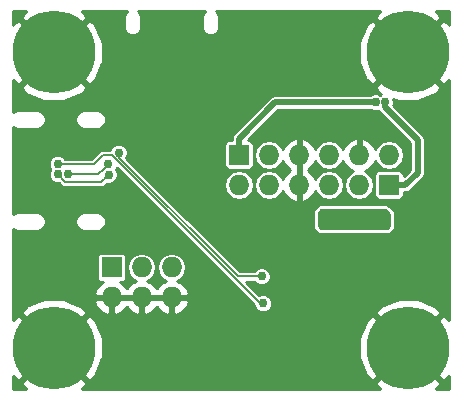
<source format=gbl>
G04 #@! TF.FileFunction,Copper,L2,Bot,Signal*
%FSLAX46Y46*%
G04 Gerber Fmt 4.6, Leading zero omitted, Abs format (unit mm)*
G04 Created by KiCad (PCBNEW 4.0.6) date 03/18/17 14:34:34*
%MOMM*%
%LPD*%
G01*
G04 APERTURE LIST*
%ADD10C,0.254000*%
%ADD11R,1.727200X1.727200*%
%ADD12O,1.727200X1.727200*%
%ADD13C,7.000000*%
%ADD14C,0.600000*%
%ADD15C,0.762000*%
%ADD16C,0.127000*%
%ADD17C,0.508000*%
G04 APERTURE END LIST*
D10*
D11*
X32385000Y17780000D03*
D12*
X32385000Y20320000D03*
X29845000Y17780000D03*
X29845000Y20320000D03*
X27305000Y17780000D03*
X27305000Y20320000D03*
D11*
X8890000Y10795000D03*
D12*
X8890000Y8255000D03*
X11430000Y10795000D03*
X11430000Y8255000D03*
X13970000Y10795000D03*
X13970000Y8255000D03*
D11*
X19685000Y20320000D03*
D12*
X19685000Y17780000D03*
X22225000Y20320000D03*
X22225000Y17780000D03*
X24765000Y20320000D03*
X24765000Y17780000D03*
D13*
X4000000Y4000000D03*
D14*
X6625000Y4000000D03*
X5856155Y2143845D03*
X4000000Y1375000D03*
X2143845Y2143845D03*
X1375000Y4000000D03*
X2143845Y5856155D03*
X4000000Y6625000D03*
X5856155Y5856155D03*
D13*
X4000000Y29000000D03*
D14*
X6625000Y29000000D03*
X5856155Y27143845D03*
X4000000Y26375000D03*
X2143845Y27143845D03*
X1375000Y29000000D03*
X2143845Y30856155D03*
X4000000Y31625000D03*
X5856155Y30856155D03*
D13*
X34000000Y29000000D03*
D14*
X36625000Y29000000D03*
X35856155Y27143845D03*
X34000000Y26375000D03*
X32143845Y27143845D03*
X31375000Y29000000D03*
X32143845Y30856155D03*
X34000000Y31625000D03*
X35856155Y30856155D03*
D13*
X34000000Y4000000D03*
D14*
X36625000Y4000000D03*
X35856155Y2143845D03*
X34000000Y1375000D03*
X32143845Y2143845D03*
X31375000Y4000000D03*
X32143845Y5856155D03*
X34000000Y6625000D03*
X35856155Y5856155D03*
D15*
X19304000Y11684000D03*
X18669000Y12319000D03*
X18034000Y12954000D03*
X16510000Y11430000D03*
X17145000Y10795000D03*
X17780000Y10160000D03*
X10922000Y26543000D03*
X10922000Y27432000D03*
X11811000Y27432000D03*
X11811000Y26543000D03*
X12700000Y26543000D03*
X12700000Y27432000D03*
X27432000Y11430000D03*
X26543000Y11430000D03*
X22860000Y12954000D03*
X9779000Y22987000D03*
X9779000Y23749000D03*
X9017000Y23749000D03*
X9017000Y22987000D03*
X8509000Y22479000D03*
X5207000Y22479000D03*
X5207000Y21717000D03*
X5207000Y15367000D03*
X5207000Y16129000D03*
X9398000Y15240000D03*
X10160000Y15240000D03*
X10160000Y16002000D03*
X9398000Y16002000D03*
X8636000Y16002000D03*
X32004000Y15240000D03*
X32004000Y14351000D03*
X31115000Y14351000D03*
X31115000Y15240000D03*
X26797000Y15240000D03*
X26797000Y14351000D03*
X27686000Y14351000D03*
X27686000Y15240000D03*
X4318000Y19558000D03*
X21717000Y7747000D03*
X9491379Y20526859D03*
X21590000Y10033000D03*
X31242000Y24765000D03*
X32004000Y24765000D03*
X8634413Y19554825D03*
X5207000Y18669000D03*
X8636005Y18665815D03*
X4318000Y18669000D03*
D16*
X18034000Y12954000D02*
X18796000Y12192000D01*
X17145000Y10795000D02*
X16510000Y11430000D01*
X15494000Y8255000D02*
X17399000Y10160000D01*
X17399000Y10160000D02*
X17780000Y10160000D01*
X13970000Y8255000D02*
X15494000Y8255000D01*
X13970000Y8255000D02*
X15875000Y8255000D01*
D10*
X10922000Y27432000D02*
X10922000Y26670000D01*
X10922000Y26670000D02*
X10795000Y26543000D01*
X11811000Y26543000D02*
X11811000Y27432000D01*
X12700000Y27432000D02*
X12700000Y26543000D01*
X9017000Y23749000D02*
X9779000Y23749000D01*
X8509000Y22479000D02*
X9017000Y22987000D01*
X5207000Y21717000D02*
X5207000Y22479000D01*
X5207000Y16129000D02*
X5207000Y15367000D01*
X10160000Y16002000D02*
X10160000Y15240000D01*
X8636000Y16002000D02*
X9398000Y16002000D01*
D16*
X32004000Y14351000D02*
X32004000Y15240000D01*
X31115000Y15240000D02*
X31115000Y14351000D01*
D17*
X26797000Y14351000D02*
X26797000Y15240000D01*
X27686000Y15240000D02*
X27686000Y14351000D01*
D16*
X21717000Y7747000D02*
X21463000Y7747000D01*
X21463000Y7747000D02*
X8890000Y20320000D01*
X8890000Y20320000D02*
X8128000Y20320000D01*
X8128000Y20320000D02*
X7366000Y19558000D01*
X7366000Y19558000D02*
X4318000Y19558000D01*
X20320000Y10033000D02*
X19558000Y10033000D01*
X19558000Y10033000D02*
X9491379Y20099621D01*
X9491379Y20099621D02*
X9491379Y20526859D01*
X20320000Y10033000D02*
X20228345Y10033000D01*
X21590000Y10033000D02*
X20320000Y10033000D01*
D17*
X19685000Y20320000D02*
X19685000Y21691600D01*
X19685000Y21691600D02*
X22758400Y24765000D01*
X22758400Y24765000D02*
X30703185Y24765000D01*
X30703185Y24765000D02*
X31242000Y24765000D01*
X34798000Y21590000D02*
X32004000Y24384000D01*
X32004000Y24384000D02*
X32004000Y24765000D01*
X34798000Y18821400D02*
X34798000Y21590000D01*
X32385000Y17780000D02*
X33756600Y17780000D01*
X33756600Y17780000D02*
X34798000Y18821400D01*
D16*
X8253414Y19173826D02*
X8634413Y19554825D01*
X7748588Y18669000D02*
X8253414Y19173826D01*
X5207000Y18669000D02*
X7748588Y18669000D01*
X4318000Y18669000D02*
X4953000Y18034000D01*
X8004190Y18034000D02*
X8255006Y18284816D01*
X8255006Y18284816D02*
X8636005Y18665815D01*
X4953000Y18034000D02*
X8004190Y18034000D01*
D10*
G36*
X1625762Y32483924D02*
X1222293Y31957312D01*
X4000000Y29179605D01*
X6777707Y31957312D01*
X6374238Y32483924D01*
X6355234Y32492000D01*
X10203829Y32492000D01*
X10175855Y32464025D01*
X10070837Y32359008D01*
X10070836Y32359005D01*
X10016644Y32277901D01*
X10016643Y32277900D01*
X9940791Y32094776D01*
X9921761Y31999105D01*
X9921761Y31949072D01*
X9912000Y31900000D01*
X9912000Y31200000D01*
X9921761Y31150928D01*
X9921761Y31100895D01*
X9940791Y31005224D01*
X10016643Y30822100D01*
X10070835Y30740996D01*
X10070837Y30740992D01*
X10144059Y30667771D01*
X10210992Y30600837D01*
X10210994Y30600836D01*
X10292099Y30546644D01*
X10292100Y30546643D01*
X10475224Y30470791D01*
X10570893Y30451761D01*
X10769107Y30451761D01*
X10864776Y30470791D01*
X11047900Y30546643D01*
X11129004Y30600835D01*
X11129008Y30600837D01*
X11222444Y30694274D01*
X11269163Y30740992D01*
X11269164Y30740994D01*
X11323357Y30822100D01*
X11399209Y31005224D01*
X11418239Y31100895D01*
X11418239Y31150928D01*
X11428000Y31200000D01*
X11428000Y31900000D01*
X11418239Y31949072D01*
X11418239Y31999105D01*
X11399209Y32094776D01*
X11323357Y32277900D01*
X11323356Y32277901D01*
X11269164Y32359006D01*
X11269163Y32359008D01*
X11210112Y32418058D01*
X11136171Y32492000D01*
X16803829Y32492000D01*
X16775855Y32464025D01*
X16670837Y32359008D01*
X16670836Y32359005D01*
X16616644Y32277901D01*
X16616643Y32277900D01*
X16540791Y32094776D01*
X16521761Y31999105D01*
X16521761Y31949072D01*
X16512000Y31900000D01*
X16512000Y31200000D01*
X16521761Y31150928D01*
X16521761Y31100895D01*
X16540791Y31005224D01*
X16616643Y30822100D01*
X16670835Y30740996D01*
X16670837Y30740992D01*
X16744059Y30667771D01*
X16810992Y30600837D01*
X16810994Y30600836D01*
X16892099Y30546644D01*
X16892100Y30546643D01*
X17075224Y30470791D01*
X17170893Y30451761D01*
X17369107Y30451761D01*
X17464776Y30470791D01*
X17647900Y30546643D01*
X17729004Y30600835D01*
X17729008Y30600837D01*
X17822444Y30694274D01*
X17869163Y30740992D01*
X17869164Y30740994D01*
X17923357Y30822100D01*
X17999209Y31005224D01*
X18018239Y31100895D01*
X18018239Y31150928D01*
X18028000Y31200000D01*
X18028000Y31900000D01*
X18018239Y31949072D01*
X18018239Y31999105D01*
X17999209Y32094776D01*
X17923357Y32277900D01*
X17923356Y32277901D01*
X17869164Y32359006D01*
X17869163Y32359008D01*
X17810112Y32418058D01*
X17736171Y32492000D01*
X31637848Y32492000D01*
X31625762Y32483924D01*
X31222293Y31957312D01*
X34000000Y29179605D01*
X36777707Y31957312D01*
X36374238Y32483924D01*
X36355234Y32492000D01*
X37492000Y32492000D01*
X37492000Y31362152D01*
X37483924Y31374238D01*
X36957312Y31777707D01*
X34179605Y29000000D01*
X36957312Y26222293D01*
X37483924Y26625762D01*
X37492000Y26644766D01*
X37492000Y6362152D01*
X37483924Y6374238D01*
X36957312Y6777707D01*
X34179605Y4000000D01*
X36957312Y1222293D01*
X37483924Y1625762D01*
X37492000Y1644766D01*
X37492000Y508000D01*
X36362152Y508000D01*
X36374238Y516076D01*
X36777707Y1042688D01*
X34000000Y3820395D01*
X31222293Y1042688D01*
X31625762Y516076D01*
X31644766Y508000D01*
X6362152Y508000D01*
X6374238Y516076D01*
X6777707Y1042688D01*
X4000000Y3820395D01*
X1222293Y1042688D01*
X1625762Y516076D01*
X1644766Y508000D01*
X508000Y508000D01*
X508000Y1637848D01*
X516076Y1625762D01*
X1042688Y1222293D01*
X3820395Y4000000D01*
X4179605Y4000000D01*
X6957312Y1222293D01*
X7483924Y1625762D01*
X8127307Y3139730D01*
X8127998Y3215334D01*
X29857654Y3215334D01*
X30473250Y1689855D01*
X30516076Y1625762D01*
X31042688Y1222293D01*
X33820395Y4000000D01*
X31042688Y6777707D01*
X30516076Y6374238D01*
X29872693Y4860270D01*
X29857654Y3215334D01*
X8127998Y3215334D01*
X8142346Y4784666D01*
X7526750Y6310145D01*
X7483924Y6374238D01*
X6957312Y6777707D01*
X4179605Y4000000D01*
X3820395Y4000000D01*
X1042688Y6777707D01*
X516076Y6374238D01*
X508000Y6355234D01*
X508000Y6957312D01*
X1222293Y6957312D01*
X4000000Y4179605D01*
X6777707Y6957312D01*
X6374238Y7483924D01*
X5404629Y7895974D01*
X7435042Y7895974D01*
X7607312Y7480053D01*
X8001510Y7048179D01*
X8530973Y6800032D01*
X8763000Y6920531D01*
X8763000Y8128000D01*
X9017000Y8128000D01*
X9017000Y6920531D01*
X9249027Y6800032D01*
X9778490Y7048179D01*
X10160000Y7466152D01*
X10541510Y7048179D01*
X11070973Y6800032D01*
X11303000Y6920531D01*
X11303000Y8128000D01*
X11557000Y8128000D01*
X11557000Y6920531D01*
X11789027Y6800032D01*
X12318490Y7048179D01*
X12700000Y7466152D01*
X13081510Y7048179D01*
X13610973Y6800032D01*
X13843000Y6920531D01*
X13843000Y8128000D01*
X14097000Y8128000D01*
X14097000Y6920531D01*
X14329027Y6800032D01*
X14664610Y6957312D01*
X31222293Y6957312D01*
X34000000Y4179605D01*
X36777707Y6957312D01*
X36374238Y7483924D01*
X34860270Y8127307D01*
X33215334Y8142346D01*
X31689855Y7526750D01*
X31625762Y7483924D01*
X31222293Y6957312D01*
X14664610Y6957312D01*
X14858490Y7048179D01*
X15252688Y7480053D01*
X15424958Y7895974D01*
X15303817Y8128000D01*
X14097000Y8128000D01*
X13843000Y8128000D01*
X11557000Y8128000D01*
X11303000Y8128000D01*
X9017000Y8128000D01*
X8763000Y8128000D01*
X7556183Y8128000D01*
X7435042Y7895974D01*
X5404629Y7895974D01*
X4860270Y8127307D01*
X3215334Y8142346D01*
X1689855Y7526750D01*
X1625762Y7483924D01*
X1222293Y6957312D01*
X508000Y6957312D01*
X508000Y8614026D01*
X7435042Y8614026D01*
X7556183Y8382000D01*
X8763000Y8382000D01*
X8763000Y8402000D01*
X9017000Y8402000D01*
X9017000Y8382000D01*
X11303000Y8382000D01*
X11303000Y8402000D01*
X11557000Y8402000D01*
X11557000Y8382000D01*
X13843000Y8382000D01*
X13843000Y8402000D01*
X14097000Y8402000D01*
X14097000Y8382000D01*
X15303817Y8382000D01*
X15424958Y8614026D01*
X15252688Y9029947D01*
X14858490Y9461821D01*
X14468338Y9644676D01*
X14470671Y9645140D01*
X14874448Y9914935D01*
X15144243Y10318712D01*
X15238983Y10795000D01*
X15144243Y11271288D01*
X14874448Y11675065D01*
X14470671Y11944860D01*
X13994383Y12039600D01*
X13945617Y12039600D01*
X13469329Y11944860D01*
X13065552Y11675065D01*
X12795757Y11271288D01*
X12701017Y10795000D01*
X12795757Y10318712D01*
X13065552Y9914935D01*
X13469329Y9645140D01*
X13471662Y9644676D01*
X13081510Y9461821D01*
X12700000Y9043848D01*
X12318490Y9461821D01*
X11928338Y9644676D01*
X11930671Y9645140D01*
X12334448Y9914935D01*
X12604243Y10318712D01*
X12698983Y10795000D01*
X12604243Y11271288D01*
X12334448Y11675065D01*
X11930671Y11944860D01*
X11454383Y12039600D01*
X11405617Y12039600D01*
X10929329Y11944860D01*
X10525552Y11675065D01*
X10255757Y11271288D01*
X10161017Y10795000D01*
X10255757Y10318712D01*
X10525552Y9914935D01*
X10929329Y9645140D01*
X10931662Y9644676D01*
X10541510Y9461821D01*
X10160000Y9043848D01*
X9778490Y9461821D01*
X9605418Y9542936D01*
X9753600Y9542936D01*
X9894790Y9569503D01*
X10024465Y9652946D01*
X10111459Y9780266D01*
X10142064Y9931400D01*
X10142064Y11658600D01*
X10115497Y11799790D01*
X10032054Y11929465D01*
X9904734Y12016459D01*
X9753600Y12047064D01*
X8026400Y12047064D01*
X7885210Y12020497D01*
X7755535Y11937054D01*
X7668541Y11809734D01*
X7637936Y11658600D01*
X7637936Y9931400D01*
X7664503Y9790210D01*
X7747946Y9660535D01*
X7875266Y9573541D01*
X8026400Y9542936D01*
X8174582Y9542936D01*
X8001510Y9461821D01*
X7607312Y9029947D01*
X7435042Y8614026D01*
X508000Y8614026D01*
X508000Y14063119D01*
X525638Y14045481D01*
X525642Y14045479D01*
X622965Y13980450D01*
X622966Y13980449D01*
X678095Y13957614D01*
X806088Y13904597D01*
X806090Y13904597D01*
X920895Y13881761D01*
X970928Y13881761D01*
X1020000Y13872000D01*
X2520000Y13872000D01*
X2569072Y13881761D01*
X2619105Y13881761D01*
X2733910Y13904597D01*
X2733912Y13904597D01*
X2861905Y13957614D01*
X2917034Y13980449D01*
X2917035Y13980450D01*
X3014362Y14045482D01*
X3154519Y14185638D01*
X3154521Y14185642D01*
X3219550Y14282965D01*
X3219551Y14282966D01*
X3256603Y14372418D01*
X3295403Y14466088D01*
X3295403Y14466090D01*
X3318239Y14580895D01*
X3318239Y14779107D01*
X5831761Y14779107D01*
X5831761Y14580895D01*
X5854597Y14466090D01*
X5854597Y14466088D01*
X5893397Y14372418D01*
X5930449Y14282966D01*
X5930450Y14282965D01*
X5995482Y14185638D01*
X6135638Y14045481D01*
X6135642Y14045479D01*
X6232965Y13980450D01*
X6232966Y13980449D01*
X6288095Y13957614D01*
X6416088Y13904597D01*
X6416090Y13904597D01*
X6530895Y13881761D01*
X6580928Y13881761D01*
X6630000Y13872000D01*
X7630000Y13872000D01*
X7679072Y13881761D01*
X7729105Y13881761D01*
X7843910Y13904597D01*
X7843912Y13904597D01*
X7971905Y13957614D01*
X8027034Y13980449D01*
X8027035Y13980450D01*
X8124362Y14045482D01*
X8264519Y14185638D01*
X8264521Y14185642D01*
X8329550Y14282965D01*
X8329551Y14282966D01*
X8366603Y14372418D01*
X8405403Y14466088D01*
X8405403Y14466090D01*
X8428239Y14580895D01*
X8428239Y14779107D01*
X8405403Y14893910D01*
X8405403Y14893912D01*
X8360970Y15001183D01*
X8329551Y15077034D01*
X8329550Y15077035D01*
X8264519Y15174361D01*
X8264519Y15174362D01*
X8124362Y15314518D01*
X8027035Y15379550D01*
X8027034Y15379551D01*
X7951183Y15410970D01*
X7843912Y15455403D01*
X7843910Y15455403D01*
X7729105Y15478239D01*
X7679072Y15478239D01*
X7630000Y15488000D01*
X6630000Y15488000D01*
X6580928Y15478239D01*
X6530895Y15478239D01*
X6416090Y15455403D01*
X6416088Y15455403D01*
X6308817Y15410970D01*
X6232966Y15379551D01*
X6232965Y15379550D01*
X6135642Y15314521D01*
X6135638Y15314519D01*
X5995482Y15174362D01*
X5930450Y15077035D01*
X5930449Y15077034D01*
X5899030Y15001183D01*
X5854597Y14893912D01*
X5854597Y14893910D01*
X5831761Y14779107D01*
X3318239Y14779107D01*
X3295403Y14893910D01*
X3295403Y14893912D01*
X3250970Y15001183D01*
X3219551Y15077034D01*
X3219550Y15077035D01*
X3154519Y15174361D01*
X3154519Y15174362D01*
X3014362Y15314518D01*
X2917035Y15379550D01*
X2917034Y15379551D01*
X2841183Y15410970D01*
X2733912Y15455403D01*
X2733910Y15455403D01*
X2619105Y15478239D01*
X2569072Y15478239D01*
X2520000Y15488000D01*
X1020000Y15488000D01*
X970928Y15478239D01*
X920895Y15478239D01*
X806090Y15455403D01*
X806088Y15455403D01*
X698817Y15410970D01*
X622966Y15379551D01*
X622965Y15379550D01*
X525642Y15314521D01*
X525638Y15314519D01*
X508000Y15296881D01*
X508000Y19407094D01*
X3555868Y19407094D01*
X3671632Y19126926D01*
X3684870Y19113665D01*
X3672385Y19101202D01*
X3556133Y18821236D01*
X3555868Y18518094D01*
X3671632Y18237926D01*
X3885798Y18023385D01*
X4165764Y17907133D01*
X4451499Y17906883D01*
X4638691Y17719691D01*
X4782898Y17623335D01*
X4953000Y17589500D01*
X8004190Y17589500D01*
X8174293Y17623336D01*
X8318499Y17719691D01*
X8502739Y17903931D01*
X8786911Y17903683D01*
X9067079Y18019447D01*
X9281620Y18233613D01*
X9397872Y18513579D01*
X9398137Y18816721D01*
X9282373Y19096889D01*
X9268336Y19110951D01*
X9280028Y19122623D01*
X9332468Y19248914D01*
X20954895Y7626487D01*
X20954868Y7596094D01*
X21070632Y7315926D01*
X21284798Y7101385D01*
X21564764Y6985133D01*
X21867906Y6984868D01*
X22148074Y7100632D01*
X22362615Y7314798D01*
X22478867Y7594764D01*
X22479132Y7897906D01*
X22363368Y8178074D01*
X22149202Y8392615D01*
X21869236Y8508867D01*
X21566094Y8509132D01*
X21398666Y8439952D01*
X20250118Y9588500D01*
X20957035Y9588500D01*
X21157798Y9387385D01*
X21437764Y9271133D01*
X21740906Y9270868D01*
X22021074Y9386632D01*
X22235615Y9600798D01*
X22351867Y9880764D01*
X22352132Y10183906D01*
X22236368Y10464074D01*
X22022202Y10678615D01*
X21742236Y10794867D01*
X21439094Y10795132D01*
X21158926Y10679368D01*
X20956705Y10477500D01*
X19742118Y10477500D01*
X14725618Y15494000D01*
X25908000Y15494000D01*
X25908000Y14224000D01*
X25936003Y14080633D01*
X26019592Y13954592D01*
X26273592Y13700592D01*
X26394770Y13619017D01*
X26543000Y13589000D01*
X26796907Y13589000D01*
X26947906Y13588868D01*
X26948225Y13589000D01*
X27685907Y13589000D01*
X27836906Y13588868D01*
X27837225Y13589000D01*
X31114907Y13589000D01*
X31265906Y13588868D01*
X31266225Y13589000D01*
X32003907Y13589000D01*
X32154906Y13588868D01*
X32155225Y13589000D01*
X32258000Y13589000D01*
X32401367Y13617003D01*
X32527408Y13700592D01*
X32781408Y13954592D01*
X32862983Y14075770D01*
X32893000Y14224000D01*
X32893000Y15367000D01*
X32864997Y15510367D01*
X32781408Y15636408D01*
X32400408Y16017408D01*
X32279230Y16098983D01*
X32131000Y16129000D01*
X26543000Y16129000D01*
X26399633Y16100997D01*
X26273592Y16017408D01*
X26019592Y15763408D01*
X25938017Y15642230D01*
X25908000Y15494000D01*
X14725618Y15494000D01*
X12439618Y17780000D01*
X18416017Y17780000D01*
X18510757Y17303712D01*
X18780552Y16899935D01*
X19184329Y16630140D01*
X19660617Y16535400D01*
X19709383Y16535400D01*
X20185671Y16630140D01*
X20589448Y16899935D01*
X20859243Y17303712D01*
X20953983Y17780000D01*
X20859243Y18256288D01*
X20589448Y18660065D01*
X20185671Y18929860D01*
X19709383Y19024600D01*
X19660617Y19024600D01*
X19184329Y18929860D01*
X18780552Y18660065D01*
X18510757Y18256288D01*
X18416017Y17780000D01*
X12439618Y17780000D01*
X10130972Y20088646D01*
X10136994Y20094657D01*
X10253246Y20374623D01*
X10253511Y20677765D01*
X10137747Y20957933D01*
X9923581Y21172474D01*
X9896787Y21183600D01*
X18432936Y21183600D01*
X18432936Y19456400D01*
X18459503Y19315210D01*
X18542946Y19185535D01*
X18670266Y19098541D01*
X18821400Y19067936D01*
X20548600Y19067936D01*
X20689790Y19094503D01*
X20819465Y19177946D01*
X20906459Y19305266D01*
X20937064Y19456400D01*
X20937064Y20320000D01*
X20956017Y20320000D01*
X21050757Y19843712D01*
X21320552Y19439935D01*
X21724329Y19170140D01*
X22200617Y19075400D01*
X22249383Y19075400D01*
X22725671Y19170140D01*
X23129448Y19439935D01*
X23374159Y19806172D01*
X23482312Y19545053D01*
X23876510Y19113179D01*
X24011313Y19050000D01*
X23876510Y18986821D01*
X23482312Y18554947D01*
X23374159Y18293828D01*
X23129448Y18660065D01*
X22725671Y18929860D01*
X22249383Y19024600D01*
X22200617Y19024600D01*
X21724329Y18929860D01*
X21320552Y18660065D01*
X21050757Y18256288D01*
X20956017Y17780000D01*
X21050757Y17303712D01*
X21320552Y16899935D01*
X21724329Y16630140D01*
X22200617Y16535400D01*
X22249383Y16535400D01*
X22725671Y16630140D01*
X23129448Y16899935D01*
X23374159Y17266172D01*
X23482312Y17005053D01*
X23876510Y16573179D01*
X24405973Y16325032D01*
X24638000Y16445531D01*
X24638000Y17653000D01*
X24618000Y17653000D01*
X24618000Y17907000D01*
X24638000Y17907000D01*
X24638000Y20193000D01*
X24618000Y20193000D01*
X24618000Y20447000D01*
X24638000Y20447000D01*
X24638000Y21654469D01*
X24892000Y21654469D01*
X24892000Y20447000D01*
X24912000Y20447000D01*
X24912000Y20193000D01*
X24892000Y20193000D01*
X24892000Y17907000D01*
X24912000Y17907000D01*
X24912000Y17653000D01*
X24892000Y17653000D01*
X24892000Y16445531D01*
X25124027Y16325032D01*
X25653490Y16573179D01*
X26047688Y17005053D01*
X26155841Y17266172D01*
X26400552Y16899935D01*
X26804329Y16630140D01*
X27280617Y16535400D01*
X27329383Y16535400D01*
X27805671Y16630140D01*
X28209448Y16899935D01*
X28479243Y17303712D01*
X28573983Y17780000D01*
X28479243Y18256288D01*
X28209448Y18660065D01*
X27805671Y18929860D01*
X27329383Y19024600D01*
X27280617Y19024600D01*
X26804329Y18929860D01*
X26400552Y18660065D01*
X26155841Y18293828D01*
X26047688Y18554947D01*
X25653490Y18986821D01*
X25518687Y19050000D01*
X25653490Y19113179D01*
X26047688Y19545053D01*
X26155841Y19806172D01*
X26400552Y19439935D01*
X26804329Y19170140D01*
X27280617Y19075400D01*
X27329383Y19075400D01*
X27805671Y19170140D01*
X28209448Y19439935D01*
X28454159Y19806172D01*
X28562312Y19545053D01*
X28956510Y19113179D01*
X29346662Y18930324D01*
X29344329Y18929860D01*
X28940552Y18660065D01*
X28670757Y18256288D01*
X28576017Y17780000D01*
X28670757Y17303712D01*
X28940552Y16899935D01*
X29344329Y16630140D01*
X29820617Y16535400D01*
X29869383Y16535400D01*
X30345671Y16630140D01*
X30749448Y16899935D01*
X31019243Y17303712D01*
X31113983Y17780000D01*
X31019243Y18256288D01*
X30749448Y18660065D01*
X30345671Y18929860D01*
X30343338Y18930324D01*
X30733490Y19113179D01*
X31127688Y19545053D01*
X31235841Y19806172D01*
X31480552Y19439935D01*
X31884329Y19170140D01*
X32360617Y19075400D01*
X32409383Y19075400D01*
X32885671Y19170140D01*
X33289448Y19439935D01*
X33559243Y19843712D01*
X33653983Y20320000D01*
X33559243Y20796288D01*
X33289448Y21200065D01*
X32885671Y21469860D01*
X32409383Y21564600D01*
X32360617Y21564600D01*
X31884329Y21469860D01*
X31480552Y21200065D01*
X31235841Y20833828D01*
X31127688Y21094947D01*
X30733490Y21526821D01*
X30204027Y21774968D01*
X29972000Y21654469D01*
X29972000Y20447000D01*
X29992000Y20447000D01*
X29992000Y20193000D01*
X29972000Y20193000D01*
X29972000Y20173000D01*
X29718000Y20173000D01*
X29718000Y20193000D01*
X29698000Y20193000D01*
X29698000Y20447000D01*
X29718000Y20447000D01*
X29718000Y21654469D01*
X29485973Y21774968D01*
X28956510Y21526821D01*
X28562312Y21094947D01*
X28454159Y20833828D01*
X28209448Y21200065D01*
X27805671Y21469860D01*
X27329383Y21564600D01*
X27280617Y21564600D01*
X26804329Y21469860D01*
X26400552Y21200065D01*
X26155841Y20833828D01*
X26047688Y21094947D01*
X25653490Y21526821D01*
X25124027Y21774968D01*
X24892000Y21654469D01*
X24638000Y21654469D01*
X24405973Y21774968D01*
X23876510Y21526821D01*
X23482312Y21094947D01*
X23374159Y20833828D01*
X23129448Y21200065D01*
X22725671Y21469860D01*
X22249383Y21564600D01*
X22200617Y21564600D01*
X21724329Y21469860D01*
X21320552Y21200065D01*
X21050757Y20796288D01*
X20956017Y20320000D01*
X20937064Y20320000D01*
X20937064Y21183600D01*
X20910497Y21324790D01*
X20827054Y21454465D01*
X20699734Y21541459D01*
X20548600Y21572064D01*
X20463490Y21572064D01*
X23021426Y24130000D01*
X30799202Y24130000D01*
X30809798Y24119385D01*
X31089764Y24003133D01*
X31392906Y24002868D01*
X31484376Y24040663D01*
X31554987Y23934987D01*
X34163000Y21326974D01*
X34163000Y19084426D01*
X33637064Y18558490D01*
X33637064Y18643600D01*
X33610497Y18784790D01*
X33527054Y18914465D01*
X33399734Y19001459D01*
X33248600Y19032064D01*
X31521400Y19032064D01*
X31380210Y19005497D01*
X31250535Y18922054D01*
X31163541Y18794734D01*
X31132936Y18643600D01*
X31132936Y16916400D01*
X31159503Y16775210D01*
X31242946Y16645535D01*
X31370266Y16558541D01*
X31521400Y16527936D01*
X33248600Y16527936D01*
X33389790Y16554503D01*
X33519465Y16637946D01*
X33606459Y16765266D01*
X33637064Y16916400D01*
X33637064Y17145000D01*
X33756600Y17145000D01*
X33999604Y17193336D01*
X34205613Y17330987D01*
X35247013Y18372387D01*
X35384664Y18578396D01*
X35433000Y18821400D01*
X35433000Y21590000D01*
X35384664Y21833004D01*
X35247013Y22039013D01*
X32738696Y24547330D01*
X32765867Y24612764D01*
X32766132Y24915906D01*
X32708217Y25056071D01*
X33139730Y24872693D01*
X34784666Y24857654D01*
X36310145Y25473250D01*
X36374238Y25516076D01*
X36777707Y26042688D01*
X34000000Y28820395D01*
X31222293Y26042688D01*
X31625762Y25516076D01*
X31724641Y25474056D01*
X31622780Y25431967D01*
X31394236Y25526867D01*
X31091094Y25527132D01*
X30810926Y25411368D01*
X30799538Y25400000D01*
X22758400Y25400000D01*
X22515396Y25351664D01*
X22309387Y25214013D01*
X19235987Y22140613D01*
X19098336Y21934604D01*
X19050000Y21691600D01*
X19050000Y21572064D01*
X18821400Y21572064D01*
X18680210Y21545497D01*
X18550535Y21462054D01*
X18463541Y21334734D01*
X18432936Y21183600D01*
X9896787Y21183600D01*
X9643615Y21288726D01*
X9340473Y21288991D01*
X9060305Y21173227D01*
X8845764Y20959061D01*
X8764975Y20764500D01*
X8128000Y20764500D01*
X7957897Y20730664D01*
X7880615Y20679026D01*
X7813691Y20634309D01*
X7181882Y20002500D01*
X4950965Y20002500D01*
X4750202Y20203615D01*
X4470236Y20319867D01*
X4167094Y20320132D01*
X3886926Y20204368D01*
X3672385Y19990202D01*
X3556133Y19710236D01*
X3555868Y19407094D01*
X508000Y19407094D01*
X508000Y22703119D01*
X525638Y22685481D01*
X525642Y22685479D01*
X622965Y22620450D01*
X622966Y22620449D01*
X678095Y22597614D01*
X806088Y22544597D01*
X806090Y22544597D01*
X920895Y22521761D01*
X970928Y22521761D01*
X1020000Y22512000D01*
X2520000Y22512000D01*
X2569072Y22521761D01*
X2619105Y22521761D01*
X2733910Y22544597D01*
X2733912Y22544597D01*
X2861905Y22597614D01*
X2917034Y22620449D01*
X2917035Y22620450D01*
X3014362Y22685482D01*
X3154519Y22825638D01*
X3154521Y22825642D01*
X3219550Y22922965D01*
X3219551Y22922966D01*
X3256603Y23012418D01*
X3295403Y23106088D01*
X3295403Y23106090D01*
X3318239Y23220895D01*
X3318239Y23419107D01*
X5831761Y23419107D01*
X5831761Y23220895D01*
X5854597Y23106090D01*
X5854597Y23106088D01*
X5893397Y23012418D01*
X5930449Y22922966D01*
X5930450Y22922965D01*
X5995482Y22825638D01*
X6135638Y22685481D01*
X6135642Y22685479D01*
X6232965Y22620450D01*
X6232966Y22620449D01*
X6288095Y22597614D01*
X6416088Y22544597D01*
X6416090Y22544597D01*
X6530895Y22521761D01*
X6580928Y22521761D01*
X6630000Y22512000D01*
X7630000Y22512000D01*
X7679072Y22521761D01*
X7729105Y22521761D01*
X7843910Y22544597D01*
X7843912Y22544597D01*
X7971905Y22597614D01*
X8027034Y22620449D01*
X8027035Y22620450D01*
X8124362Y22685482D01*
X8264519Y22825638D01*
X8264521Y22825642D01*
X8329550Y22922965D01*
X8329551Y22922966D01*
X8366603Y23012418D01*
X8405403Y23106088D01*
X8405403Y23106090D01*
X8428239Y23220895D01*
X8428239Y23419107D01*
X8405403Y23533910D01*
X8405403Y23533912D01*
X8360970Y23641183D01*
X8329551Y23717034D01*
X8329550Y23717035D01*
X8264519Y23814361D01*
X8264519Y23814362D01*
X8124362Y23954518D01*
X8027035Y24019550D01*
X8027034Y24019551D01*
X7951183Y24050970D01*
X7843912Y24095403D01*
X7843910Y24095403D01*
X7729105Y24118239D01*
X7679072Y24118239D01*
X7630000Y24128000D01*
X6630000Y24128000D01*
X6580928Y24118239D01*
X6530895Y24118239D01*
X6416090Y24095403D01*
X6416088Y24095403D01*
X6308817Y24050970D01*
X6232966Y24019551D01*
X6232965Y24019550D01*
X6135642Y23954521D01*
X6135638Y23954519D01*
X5995482Y23814362D01*
X5930450Y23717035D01*
X5930449Y23717034D01*
X5899030Y23641183D01*
X5854597Y23533912D01*
X5854597Y23533910D01*
X5831761Y23419107D01*
X3318239Y23419107D01*
X3295403Y23533910D01*
X3295403Y23533912D01*
X3250970Y23641183D01*
X3219551Y23717034D01*
X3219550Y23717035D01*
X3154519Y23814361D01*
X3154519Y23814362D01*
X3014362Y23954518D01*
X2917035Y24019550D01*
X2917034Y24019551D01*
X2841183Y24050970D01*
X2733912Y24095403D01*
X2733910Y24095403D01*
X2619105Y24118239D01*
X2569072Y24118239D01*
X2520000Y24128000D01*
X1020000Y24128000D01*
X970928Y24118239D01*
X920895Y24118239D01*
X806090Y24095403D01*
X806088Y24095403D01*
X698817Y24050970D01*
X622966Y24019551D01*
X622965Y24019550D01*
X525642Y23954521D01*
X525638Y23954519D01*
X508000Y23936881D01*
X508000Y26042688D01*
X1222293Y26042688D01*
X1625762Y25516076D01*
X3139730Y24872693D01*
X4784666Y24857654D01*
X6310145Y25473250D01*
X6374238Y25516076D01*
X6777707Y26042688D01*
X4000000Y28820395D01*
X1222293Y26042688D01*
X508000Y26042688D01*
X508000Y26637848D01*
X516076Y26625762D01*
X1042688Y26222293D01*
X3820395Y29000000D01*
X4179605Y29000000D01*
X6957312Y26222293D01*
X7483924Y26625762D01*
X8127307Y28139730D01*
X8127998Y28215334D01*
X29857654Y28215334D01*
X30473250Y26689855D01*
X30516076Y26625762D01*
X31042688Y26222293D01*
X33820395Y29000000D01*
X31042688Y31777707D01*
X30516076Y31374238D01*
X29872693Y29860270D01*
X29857654Y28215334D01*
X8127998Y28215334D01*
X8142346Y29784666D01*
X7526750Y31310145D01*
X7483924Y31374238D01*
X6957312Y31777707D01*
X4179605Y29000000D01*
X3820395Y29000000D01*
X1042688Y31777707D01*
X516076Y31374238D01*
X508000Y31355234D01*
X508000Y32492000D01*
X1637848Y32492000D01*
X1625762Y32483924D01*
X1625762Y32483924D01*
G37*
X1625762Y32483924D02*
X1222293Y31957312D01*
X4000000Y29179605D01*
X6777707Y31957312D01*
X6374238Y32483924D01*
X6355234Y32492000D01*
X10203829Y32492000D01*
X10175855Y32464025D01*
X10070837Y32359008D01*
X10070836Y32359005D01*
X10016644Y32277901D01*
X10016643Y32277900D01*
X9940791Y32094776D01*
X9921761Y31999105D01*
X9921761Y31949072D01*
X9912000Y31900000D01*
X9912000Y31200000D01*
X9921761Y31150928D01*
X9921761Y31100895D01*
X9940791Y31005224D01*
X10016643Y30822100D01*
X10070835Y30740996D01*
X10070837Y30740992D01*
X10144059Y30667771D01*
X10210992Y30600837D01*
X10210994Y30600836D01*
X10292099Y30546644D01*
X10292100Y30546643D01*
X10475224Y30470791D01*
X10570893Y30451761D01*
X10769107Y30451761D01*
X10864776Y30470791D01*
X11047900Y30546643D01*
X11129004Y30600835D01*
X11129008Y30600837D01*
X11222444Y30694274D01*
X11269163Y30740992D01*
X11269164Y30740994D01*
X11323357Y30822100D01*
X11399209Y31005224D01*
X11418239Y31100895D01*
X11418239Y31150928D01*
X11428000Y31200000D01*
X11428000Y31900000D01*
X11418239Y31949072D01*
X11418239Y31999105D01*
X11399209Y32094776D01*
X11323357Y32277900D01*
X11323356Y32277901D01*
X11269164Y32359006D01*
X11269163Y32359008D01*
X11210112Y32418058D01*
X11136171Y32492000D01*
X16803829Y32492000D01*
X16775855Y32464025D01*
X16670837Y32359008D01*
X16670836Y32359005D01*
X16616644Y32277901D01*
X16616643Y32277900D01*
X16540791Y32094776D01*
X16521761Y31999105D01*
X16521761Y31949072D01*
X16512000Y31900000D01*
X16512000Y31200000D01*
X16521761Y31150928D01*
X16521761Y31100895D01*
X16540791Y31005224D01*
X16616643Y30822100D01*
X16670835Y30740996D01*
X16670837Y30740992D01*
X16744059Y30667771D01*
X16810992Y30600837D01*
X16810994Y30600836D01*
X16892099Y30546644D01*
X16892100Y30546643D01*
X17075224Y30470791D01*
X17170893Y30451761D01*
X17369107Y30451761D01*
X17464776Y30470791D01*
X17647900Y30546643D01*
X17729004Y30600835D01*
X17729008Y30600837D01*
X17822444Y30694274D01*
X17869163Y30740992D01*
X17869164Y30740994D01*
X17923357Y30822100D01*
X17999209Y31005224D01*
X18018239Y31100895D01*
X18018239Y31150928D01*
X18028000Y31200000D01*
X18028000Y31900000D01*
X18018239Y31949072D01*
X18018239Y31999105D01*
X17999209Y32094776D01*
X17923357Y32277900D01*
X17923356Y32277901D01*
X17869164Y32359006D01*
X17869163Y32359008D01*
X17810112Y32418058D01*
X17736171Y32492000D01*
X31637848Y32492000D01*
X31625762Y32483924D01*
X31222293Y31957312D01*
X34000000Y29179605D01*
X36777707Y31957312D01*
X36374238Y32483924D01*
X36355234Y32492000D01*
X37492000Y32492000D01*
X37492000Y31362152D01*
X37483924Y31374238D01*
X36957312Y31777707D01*
X34179605Y29000000D01*
X36957312Y26222293D01*
X37483924Y26625762D01*
X37492000Y26644766D01*
X37492000Y6362152D01*
X37483924Y6374238D01*
X36957312Y6777707D01*
X34179605Y4000000D01*
X36957312Y1222293D01*
X37483924Y1625762D01*
X37492000Y1644766D01*
X37492000Y508000D01*
X36362152Y508000D01*
X36374238Y516076D01*
X36777707Y1042688D01*
X34000000Y3820395D01*
X31222293Y1042688D01*
X31625762Y516076D01*
X31644766Y508000D01*
X6362152Y508000D01*
X6374238Y516076D01*
X6777707Y1042688D01*
X4000000Y3820395D01*
X1222293Y1042688D01*
X1625762Y516076D01*
X1644766Y508000D01*
X508000Y508000D01*
X508000Y1637848D01*
X516076Y1625762D01*
X1042688Y1222293D01*
X3820395Y4000000D01*
X4179605Y4000000D01*
X6957312Y1222293D01*
X7483924Y1625762D01*
X8127307Y3139730D01*
X8127998Y3215334D01*
X29857654Y3215334D01*
X30473250Y1689855D01*
X30516076Y1625762D01*
X31042688Y1222293D01*
X33820395Y4000000D01*
X31042688Y6777707D01*
X30516076Y6374238D01*
X29872693Y4860270D01*
X29857654Y3215334D01*
X8127998Y3215334D01*
X8142346Y4784666D01*
X7526750Y6310145D01*
X7483924Y6374238D01*
X6957312Y6777707D01*
X4179605Y4000000D01*
X3820395Y4000000D01*
X1042688Y6777707D01*
X516076Y6374238D01*
X508000Y6355234D01*
X508000Y6957312D01*
X1222293Y6957312D01*
X4000000Y4179605D01*
X6777707Y6957312D01*
X6374238Y7483924D01*
X5404629Y7895974D01*
X7435042Y7895974D01*
X7607312Y7480053D01*
X8001510Y7048179D01*
X8530973Y6800032D01*
X8763000Y6920531D01*
X8763000Y8128000D01*
X9017000Y8128000D01*
X9017000Y6920531D01*
X9249027Y6800032D01*
X9778490Y7048179D01*
X10160000Y7466152D01*
X10541510Y7048179D01*
X11070973Y6800032D01*
X11303000Y6920531D01*
X11303000Y8128000D01*
X11557000Y8128000D01*
X11557000Y6920531D01*
X11789027Y6800032D01*
X12318490Y7048179D01*
X12700000Y7466152D01*
X13081510Y7048179D01*
X13610973Y6800032D01*
X13843000Y6920531D01*
X13843000Y8128000D01*
X14097000Y8128000D01*
X14097000Y6920531D01*
X14329027Y6800032D01*
X14664610Y6957312D01*
X31222293Y6957312D01*
X34000000Y4179605D01*
X36777707Y6957312D01*
X36374238Y7483924D01*
X34860270Y8127307D01*
X33215334Y8142346D01*
X31689855Y7526750D01*
X31625762Y7483924D01*
X31222293Y6957312D01*
X14664610Y6957312D01*
X14858490Y7048179D01*
X15252688Y7480053D01*
X15424958Y7895974D01*
X15303817Y8128000D01*
X14097000Y8128000D01*
X13843000Y8128000D01*
X11557000Y8128000D01*
X11303000Y8128000D01*
X9017000Y8128000D01*
X8763000Y8128000D01*
X7556183Y8128000D01*
X7435042Y7895974D01*
X5404629Y7895974D01*
X4860270Y8127307D01*
X3215334Y8142346D01*
X1689855Y7526750D01*
X1625762Y7483924D01*
X1222293Y6957312D01*
X508000Y6957312D01*
X508000Y8614026D01*
X7435042Y8614026D01*
X7556183Y8382000D01*
X8763000Y8382000D01*
X8763000Y8402000D01*
X9017000Y8402000D01*
X9017000Y8382000D01*
X11303000Y8382000D01*
X11303000Y8402000D01*
X11557000Y8402000D01*
X11557000Y8382000D01*
X13843000Y8382000D01*
X13843000Y8402000D01*
X14097000Y8402000D01*
X14097000Y8382000D01*
X15303817Y8382000D01*
X15424958Y8614026D01*
X15252688Y9029947D01*
X14858490Y9461821D01*
X14468338Y9644676D01*
X14470671Y9645140D01*
X14874448Y9914935D01*
X15144243Y10318712D01*
X15238983Y10795000D01*
X15144243Y11271288D01*
X14874448Y11675065D01*
X14470671Y11944860D01*
X13994383Y12039600D01*
X13945617Y12039600D01*
X13469329Y11944860D01*
X13065552Y11675065D01*
X12795757Y11271288D01*
X12701017Y10795000D01*
X12795757Y10318712D01*
X13065552Y9914935D01*
X13469329Y9645140D01*
X13471662Y9644676D01*
X13081510Y9461821D01*
X12700000Y9043848D01*
X12318490Y9461821D01*
X11928338Y9644676D01*
X11930671Y9645140D01*
X12334448Y9914935D01*
X12604243Y10318712D01*
X12698983Y10795000D01*
X12604243Y11271288D01*
X12334448Y11675065D01*
X11930671Y11944860D01*
X11454383Y12039600D01*
X11405617Y12039600D01*
X10929329Y11944860D01*
X10525552Y11675065D01*
X10255757Y11271288D01*
X10161017Y10795000D01*
X10255757Y10318712D01*
X10525552Y9914935D01*
X10929329Y9645140D01*
X10931662Y9644676D01*
X10541510Y9461821D01*
X10160000Y9043848D01*
X9778490Y9461821D01*
X9605418Y9542936D01*
X9753600Y9542936D01*
X9894790Y9569503D01*
X10024465Y9652946D01*
X10111459Y9780266D01*
X10142064Y9931400D01*
X10142064Y11658600D01*
X10115497Y11799790D01*
X10032054Y11929465D01*
X9904734Y12016459D01*
X9753600Y12047064D01*
X8026400Y12047064D01*
X7885210Y12020497D01*
X7755535Y11937054D01*
X7668541Y11809734D01*
X7637936Y11658600D01*
X7637936Y9931400D01*
X7664503Y9790210D01*
X7747946Y9660535D01*
X7875266Y9573541D01*
X8026400Y9542936D01*
X8174582Y9542936D01*
X8001510Y9461821D01*
X7607312Y9029947D01*
X7435042Y8614026D01*
X508000Y8614026D01*
X508000Y14063119D01*
X525638Y14045481D01*
X525642Y14045479D01*
X622965Y13980450D01*
X622966Y13980449D01*
X678095Y13957614D01*
X806088Y13904597D01*
X806090Y13904597D01*
X920895Y13881761D01*
X970928Y13881761D01*
X1020000Y13872000D01*
X2520000Y13872000D01*
X2569072Y13881761D01*
X2619105Y13881761D01*
X2733910Y13904597D01*
X2733912Y13904597D01*
X2861905Y13957614D01*
X2917034Y13980449D01*
X2917035Y13980450D01*
X3014362Y14045482D01*
X3154519Y14185638D01*
X3154521Y14185642D01*
X3219550Y14282965D01*
X3219551Y14282966D01*
X3256603Y14372418D01*
X3295403Y14466088D01*
X3295403Y14466090D01*
X3318239Y14580895D01*
X3318239Y14779107D01*
X5831761Y14779107D01*
X5831761Y14580895D01*
X5854597Y14466090D01*
X5854597Y14466088D01*
X5893397Y14372418D01*
X5930449Y14282966D01*
X5930450Y14282965D01*
X5995482Y14185638D01*
X6135638Y14045481D01*
X6135642Y14045479D01*
X6232965Y13980450D01*
X6232966Y13980449D01*
X6288095Y13957614D01*
X6416088Y13904597D01*
X6416090Y13904597D01*
X6530895Y13881761D01*
X6580928Y13881761D01*
X6630000Y13872000D01*
X7630000Y13872000D01*
X7679072Y13881761D01*
X7729105Y13881761D01*
X7843910Y13904597D01*
X7843912Y13904597D01*
X7971905Y13957614D01*
X8027034Y13980449D01*
X8027035Y13980450D01*
X8124362Y14045482D01*
X8264519Y14185638D01*
X8264521Y14185642D01*
X8329550Y14282965D01*
X8329551Y14282966D01*
X8366603Y14372418D01*
X8405403Y14466088D01*
X8405403Y14466090D01*
X8428239Y14580895D01*
X8428239Y14779107D01*
X8405403Y14893910D01*
X8405403Y14893912D01*
X8360970Y15001183D01*
X8329551Y15077034D01*
X8329550Y15077035D01*
X8264519Y15174361D01*
X8264519Y15174362D01*
X8124362Y15314518D01*
X8027035Y15379550D01*
X8027034Y15379551D01*
X7951183Y15410970D01*
X7843912Y15455403D01*
X7843910Y15455403D01*
X7729105Y15478239D01*
X7679072Y15478239D01*
X7630000Y15488000D01*
X6630000Y15488000D01*
X6580928Y15478239D01*
X6530895Y15478239D01*
X6416090Y15455403D01*
X6416088Y15455403D01*
X6308817Y15410970D01*
X6232966Y15379551D01*
X6232965Y15379550D01*
X6135642Y15314521D01*
X6135638Y15314519D01*
X5995482Y15174362D01*
X5930450Y15077035D01*
X5930449Y15077034D01*
X5899030Y15001183D01*
X5854597Y14893912D01*
X5854597Y14893910D01*
X5831761Y14779107D01*
X3318239Y14779107D01*
X3295403Y14893910D01*
X3295403Y14893912D01*
X3250970Y15001183D01*
X3219551Y15077034D01*
X3219550Y15077035D01*
X3154519Y15174361D01*
X3154519Y15174362D01*
X3014362Y15314518D01*
X2917035Y15379550D01*
X2917034Y15379551D01*
X2841183Y15410970D01*
X2733912Y15455403D01*
X2733910Y15455403D01*
X2619105Y15478239D01*
X2569072Y15478239D01*
X2520000Y15488000D01*
X1020000Y15488000D01*
X970928Y15478239D01*
X920895Y15478239D01*
X806090Y15455403D01*
X806088Y15455403D01*
X698817Y15410970D01*
X622966Y15379551D01*
X622965Y15379550D01*
X525642Y15314521D01*
X525638Y15314519D01*
X508000Y15296881D01*
X508000Y19407094D01*
X3555868Y19407094D01*
X3671632Y19126926D01*
X3684870Y19113665D01*
X3672385Y19101202D01*
X3556133Y18821236D01*
X3555868Y18518094D01*
X3671632Y18237926D01*
X3885798Y18023385D01*
X4165764Y17907133D01*
X4451499Y17906883D01*
X4638691Y17719691D01*
X4782898Y17623335D01*
X4953000Y17589500D01*
X8004190Y17589500D01*
X8174293Y17623336D01*
X8318499Y17719691D01*
X8502739Y17903931D01*
X8786911Y17903683D01*
X9067079Y18019447D01*
X9281620Y18233613D01*
X9397872Y18513579D01*
X9398137Y18816721D01*
X9282373Y19096889D01*
X9268336Y19110951D01*
X9280028Y19122623D01*
X9332468Y19248914D01*
X20954895Y7626487D01*
X20954868Y7596094D01*
X21070632Y7315926D01*
X21284798Y7101385D01*
X21564764Y6985133D01*
X21867906Y6984868D01*
X22148074Y7100632D01*
X22362615Y7314798D01*
X22478867Y7594764D01*
X22479132Y7897906D01*
X22363368Y8178074D01*
X22149202Y8392615D01*
X21869236Y8508867D01*
X21566094Y8509132D01*
X21398666Y8439952D01*
X20250118Y9588500D01*
X20957035Y9588500D01*
X21157798Y9387385D01*
X21437764Y9271133D01*
X21740906Y9270868D01*
X22021074Y9386632D01*
X22235615Y9600798D01*
X22351867Y9880764D01*
X22352132Y10183906D01*
X22236368Y10464074D01*
X22022202Y10678615D01*
X21742236Y10794867D01*
X21439094Y10795132D01*
X21158926Y10679368D01*
X20956705Y10477500D01*
X19742118Y10477500D01*
X14725618Y15494000D01*
X25908000Y15494000D01*
X25908000Y14224000D01*
X25936003Y14080633D01*
X26019592Y13954592D01*
X26273592Y13700592D01*
X26394770Y13619017D01*
X26543000Y13589000D01*
X26796907Y13589000D01*
X26947906Y13588868D01*
X26948225Y13589000D01*
X27685907Y13589000D01*
X27836906Y13588868D01*
X27837225Y13589000D01*
X31114907Y13589000D01*
X31265906Y13588868D01*
X31266225Y13589000D01*
X32003907Y13589000D01*
X32154906Y13588868D01*
X32155225Y13589000D01*
X32258000Y13589000D01*
X32401367Y13617003D01*
X32527408Y13700592D01*
X32781408Y13954592D01*
X32862983Y14075770D01*
X32893000Y14224000D01*
X32893000Y15367000D01*
X32864997Y15510367D01*
X32781408Y15636408D01*
X32400408Y16017408D01*
X32279230Y16098983D01*
X32131000Y16129000D01*
X26543000Y16129000D01*
X26399633Y16100997D01*
X26273592Y16017408D01*
X26019592Y15763408D01*
X25938017Y15642230D01*
X25908000Y15494000D01*
X14725618Y15494000D01*
X12439618Y17780000D01*
X18416017Y17780000D01*
X18510757Y17303712D01*
X18780552Y16899935D01*
X19184329Y16630140D01*
X19660617Y16535400D01*
X19709383Y16535400D01*
X20185671Y16630140D01*
X20589448Y16899935D01*
X20859243Y17303712D01*
X20953983Y17780000D01*
X20859243Y18256288D01*
X20589448Y18660065D01*
X20185671Y18929860D01*
X19709383Y19024600D01*
X19660617Y19024600D01*
X19184329Y18929860D01*
X18780552Y18660065D01*
X18510757Y18256288D01*
X18416017Y17780000D01*
X12439618Y17780000D01*
X10130972Y20088646D01*
X10136994Y20094657D01*
X10253246Y20374623D01*
X10253511Y20677765D01*
X10137747Y20957933D01*
X9923581Y21172474D01*
X9896787Y21183600D01*
X18432936Y21183600D01*
X18432936Y19456400D01*
X18459503Y19315210D01*
X18542946Y19185535D01*
X18670266Y19098541D01*
X18821400Y19067936D01*
X20548600Y19067936D01*
X20689790Y19094503D01*
X20819465Y19177946D01*
X20906459Y19305266D01*
X20937064Y19456400D01*
X20937064Y20320000D01*
X20956017Y20320000D01*
X21050757Y19843712D01*
X21320552Y19439935D01*
X21724329Y19170140D01*
X22200617Y19075400D01*
X22249383Y19075400D01*
X22725671Y19170140D01*
X23129448Y19439935D01*
X23374159Y19806172D01*
X23482312Y19545053D01*
X23876510Y19113179D01*
X24011313Y19050000D01*
X23876510Y18986821D01*
X23482312Y18554947D01*
X23374159Y18293828D01*
X23129448Y18660065D01*
X22725671Y18929860D01*
X22249383Y19024600D01*
X22200617Y19024600D01*
X21724329Y18929860D01*
X21320552Y18660065D01*
X21050757Y18256288D01*
X20956017Y17780000D01*
X21050757Y17303712D01*
X21320552Y16899935D01*
X21724329Y16630140D01*
X22200617Y16535400D01*
X22249383Y16535400D01*
X22725671Y16630140D01*
X23129448Y16899935D01*
X23374159Y17266172D01*
X23482312Y17005053D01*
X23876510Y16573179D01*
X24405973Y16325032D01*
X24638000Y16445531D01*
X24638000Y17653000D01*
X24618000Y17653000D01*
X24618000Y17907000D01*
X24638000Y17907000D01*
X24638000Y20193000D01*
X24618000Y20193000D01*
X24618000Y20447000D01*
X24638000Y20447000D01*
X24638000Y21654469D01*
X24892000Y21654469D01*
X24892000Y20447000D01*
X24912000Y20447000D01*
X24912000Y20193000D01*
X24892000Y20193000D01*
X24892000Y17907000D01*
X24912000Y17907000D01*
X24912000Y17653000D01*
X24892000Y17653000D01*
X24892000Y16445531D01*
X25124027Y16325032D01*
X25653490Y16573179D01*
X26047688Y17005053D01*
X26155841Y17266172D01*
X26400552Y16899935D01*
X26804329Y16630140D01*
X27280617Y16535400D01*
X27329383Y16535400D01*
X27805671Y16630140D01*
X28209448Y16899935D01*
X28479243Y17303712D01*
X28573983Y17780000D01*
X28479243Y18256288D01*
X28209448Y18660065D01*
X27805671Y18929860D01*
X27329383Y19024600D01*
X27280617Y19024600D01*
X26804329Y18929860D01*
X26400552Y18660065D01*
X26155841Y18293828D01*
X26047688Y18554947D01*
X25653490Y18986821D01*
X25518687Y19050000D01*
X25653490Y19113179D01*
X26047688Y19545053D01*
X26155841Y19806172D01*
X26400552Y19439935D01*
X26804329Y19170140D01*
X27280617Y19075400D01*
X27329383Y19075400D01*
X27805671Y19170140D01*
X28209448Y19439935D01*
X28454159Y19806172D01*
X28562312Y19545053D01*
X28956510Y19113179D01*
X29346662Y18930324D01*
X29344329Y18929860D01*
X28940552Y18660065D01*
X28670757Y18256288D01*
X28576017Y17780000D01*
X28670757Y17303712D01*
X28940552Y16899935D01*
X29344329Y16630140D01*
X29820617Y16535400D01*
X29869383Y16535400D01*
X30345671Y16630140D01*
X30749448Y16899935D01*
X31019243Y17303712D01*
X31113983Y17780000D01*
X31019243Y18256288D01*
X30749448Y18660065D01*
X30345671Y18929860D01*
X30343338Y18930324D01*
X30733490Y19113179D01*
X31127688Y19545053D01*
X31235841Y19806172D01*
X31480552Y19439935D01*
X31884329Y19170140D01*
X32360617Y19075400D01*
X32409383Y19075400D01*
X32885671Y19170140D01*
X33289448Y19439935D01*
X33559243Y19843712D01*
X33653983Y20320000D01*
X33559243Y20796288D01*
X33289448Y21200065D01*
X32885671Y21469860D01*
X32409383Y21564600D01*
X32360617Y21564600D01*
X31884329Y21469860D01*
X31480552Y21200065D01*
X31235841Y20833828D01*
X31127688Y21094947D01*
X30733490Y21526821D01*
X30204027Y21774968D01*
X29972000Y21654469D01*
X29972000Y20447000D01*
X29992000Y20447000D01*
X29992000Y20193000D01*
X29972000Y20193000D01*
X29972000Y20173000D01*
X29718000Y20173000D01*
X29718000Y20193000D01*
X29698000Y20193000D01*
X29698000Y20447000D01*
X29718000Y20447000D01*
X29718000Y21654469D01*
X29485973Y21774968D01*
X28956510Y21526821D01*
X28562312Y21094947D01*
X28454159Y20833828D01*
X28209448Y21200065D01*
X27805671Y21469860D01*
X27329383Y21564600D01*
X27280617Y21564600D01*
X26804329Y21469860D01*
X26400552Y21200065D01*
X26155841Y20833828D01*
X26047688Y21094947D01*
X25653490Y21526821D01*
X25124027Y21774968D01*
X24892000Y21654469D01*
X24638000Y21654469D01*
X24405973Y21774968D01*
X23876510Y21526821D01*
X23482312Y21094947D01*
X23374159Y20833828D01*
X23129448Y21200065D01*
X22725671Y21469860D01*
X22249383Y21564600D01*
X22200617Y21564600D01*
X21724329Y21469860D01*
X21320552Y21200065D01*
X21050757Y20796288D01*
X20956017Y20320000D01*
X20937064Y20320000D01*
X20937064Y21183600D01*
X20910497Y21324790D01*
X20827054Y21454465D01*
X20699734Y21541459D01*
X20548600Y21572064D01*
X20463490Y21572064D01*
X23021426Y24130000D01*
X30799202Y24130000D01*
X30809798Y24119385D01*
X31089764Y24003133D01*
X31392906Y24002868D01*
X31484376Y24040663D01*
X31554987Y23934987D01*
X34163000Y21326974D01*
X34163000Y19084426D01*
X33637064Y18558490D01*
X33637064Y18643600D01*
X33610497Y18784790D01*
X33527054Y18914465D01*
X33399734Y19001459D01*
X33248600Y19032064D01*
X31521400Y19032064D01*
X31380210Y19005497D01*
X31250535Y18922054D01*
X31163541Y18794734D01*
X31132936Y18643600D01*
X31132936Y16916400D01*
X31159503Y16775210D01*
X31242946Y16645535D01*
X31370266Y16558541D01*
X31521400Y16527936D01*
X33248600Y16527936D01*
X33389790Y16554503D01*
X33519465Y16637946D01*
X33606459Y16765266D01*
X33637064Y16916400D01*
X33637064Y17145000D01*
X33756600Y17145000D01*
X33999604Y17193336D01*
X34205613Y17330987D01*
X35247013Y18372387D01*
X35384664Y18578396D01*
X35433000Y18821400D01*
X35433000Y21590000D01*
X35384664Y21833004D01*
X35247013Y22039013D01*
X32738696Y24547330D01*
X32765867Y24612764D01*
X32766132Y24915906D01*
X32708217Y25056071D01*
X33139730Y24872693D01*
X34784666Y24857654D01*
X36310145Y25473250D01*
X36374238Y25516076D01*
X36777707Y26042688D01*
X34000000Y28820395D01*
X31222293Y26042688D01*
X31625762Y25516076D01*
X31724641Y25474056D01*
X31622780Y25431967D01*
X31394236Y25526867D01*
X31091094Y25527132D01*
X30810926Y25411368D01*
X30799538Y25400000D01*
X22758400Y25400000D01*
X22515396Y25351664D01*
X22309387Y25214013D01*
X19235987Y22140613D01*
X19098336Y21934604D01*
X19050000Y21691600D01*
X19050000Y21572064D01*
X18821400Y21572064D01*
X18680210Y21545497D01*
X18550535Y21462054D01*
X18463541Y21334734D01*
X18432936Y21183600D01*
X9896787Y21183600D01*
X9643615Y21288726D01*
X9340473Y21288991D01*
X9060305Y21173227D01*
X8845764Y20959061D01*
X8764975Y20764500D01*
X8128000Y20764500D01*
X7957897Y20730664D01*
X7880615Y20679026D01*
X7813691Y20634309D01*
X7181882Y20002500D01*
X4950965Y20002500D01*
X4750202Y20203615D01*
X4470236Y20319867D01*
X4167094Y20320132D01*
X3886926Y20204368D01*
X3672385Y19990202D01*
X3556133Y19710236D01*
X3555868Y19407094D01*
X508000Y19407094D01*
X508000Y22703119D01*
X525638Y22685481D01*
X525642Y22685479D01*
X622965Y22620450D01*
X622966Y22620449D01*
X678095Y22597614D01*
X806088Y22544597D01*
X806090Y22544597D01*
X920895Y22521761D01*
X970928Y22521761D01*
X1020000Y22512000D01*
X2520000Y22512000D01*
X2569072Y22521761D01*
X2619105Y22521761D01*
X2733910Y22544597D01*
X2733912Y22544597D01*
X2861905Y22597614D01*
X2917034Y22620449D01*
X2917035Y22620450D01*
X3014362Y22685482D01*
X3154519Y22825638D01*
X3154521Y22825642D01*
X3219550Y22922965D01*
X3219551Y22922966D01*
X3256603Y23012418D01*
X3295403Y23106088D01*
X3295403Y23106090D01*
X3318239Y23220895D01*
X3318239Y23419107D01*
X5831761Y23419107D01*
X5831761Y23220895D01*
X5854597Y23106090D01*
X5854597Y23106088D01*
X5893397Y23012418D01*
X5930449Y22922966D01*
X5930450Y22922965D01*
X5995482Y22825638D01*
X6135638Y22685481D01*
X6135642Y22685479D01*
X6232965Y22620450D01*
X6232966Y22620449D01*
X6288095Y22597614D01*
X6416088Y22544597D01*
X6416090Y22544597D01*
X6530895Y22521761D01*
X6580928Y22521761D01*
X6630000Y22512000D01*
X7630000Y22512000D01*
X7679072Y22521761D01*
X7729105Y22521761D01*
X7843910Y22544597D01*
X7843912Y22544597D01*
X7971905Y22597614D01*
X8027034Y22620449D01*
X8027035Y22620450D01*
X8124362Y22685482D01*
X8264519Y22825638D01*
X8264521Y22825642D01*
X8329550Y22922965D01*
X8329551Y22922966D01*
X8366603Y23012418D01*
X8405403Y23106088D01*
X8405403Y23106090D01*
X8428239Y23220895D01*
X8428239Y23419107D01*
X8405403Y23533910D01*
X8405403Y23533912D01*
X8360970Y23641183D01*
X8329551Y23717034D01*
X8329550Y23717035D01*
X8264519Y23814361D01*
X8264519Y23814362D01*
X8124362Y23954518D01*
X8027035Y24019550D01*
X8027034Y24019551D01*
X7951183Y24050970D01*
X7843912Y24095403D01*
X7843910Y24095403D01*
X7729105Y24118239D01*
X7679072Y24118239D01*
X7630000Y24128000D01*
X6630000Y24128000D01*
X6580928Y24118239D01*
X6530895Y24118239D01*
X6416090Y24095403D01*
X6416088Y24095403D01*
X6308817Y24050970D01*
X6232966Y24019551D01*
X6232965Y24019550D01*
X6135642Y23954521D01*
X6135638Y23954519D01*
X5995482Y23814362D01*
X5930450Y23717035D01*
X5930449Y23717034D01*
X5899030Y23641183D01*
X5854597Y23533912D01*
X5854597Y23533910D01*
X5831761Y23419107D01*
X3318239Y23419107D01*
X3295403Y23533910D01*
X3295403Y23533912D01*
X3250970Y23641183D01*
X3219551Y23717034D01*
X3219550Y23717035D01*
X3154519Y23814361D01*
X3154519Y23814362D01*
X3014362Y23954518D01*
X2917035Y24019550D01*
X2917034Y24019551D01*
X2841183Y24050970D01*
X2733912Y24095403D01*
X2733910Y24095403D01*
X2619105Y24118239D01*
X2569072Y24118239D01*
X2520000Y24128000D01*
X1020000Y24128000D01*
X970928Y24118239D01*
X920895Y24118239D01*
X806090Y24095403D01*
X806088Y24095403D01*
X698817Y24050970D01*
X622966Y24019551D01*
X622965Y24019550D01*
X525642Y23954521D01*
X525638Y23954519D01*
X508000Y23936881D01*
X508000Y26042688D01*
X1222293Y26042688D01*
X1625762Y25516076D01*
X3139730Y24872693D01*
X4784666Y24857654D01*
X6310145Y25473250D01*
X6374238Y25516076D01*
X6777707Y26042688D01*
X4000000Y28820395D01*
X1222293Y26042688D01*
X508000Y26042688D01*
X508000Y26637848D01*
X516076Y26625762D01*
X1042688Y26222293D01*
X3820395Y29000000D01*
X4179605Y29000000D01*
X6957312Y26222293D01*
X7483924Y26625762D01*
X8127307Y28139730D01*
X8127998Y28215334D01*
X29857654Y28215334D01*
X30473250Y26689855D01*
X30516076Y26625762D01*
X31042688Y26222293D01*
X33820395Y29000000D01*
X31042688Y31777707D01*
X30516076Y31374238D01*
X29872693Y29860270D01*
X29857654Y28215334D01*
X8127998Y28215334D01*
X8142346Y29784666D01*
X7526750Y31310145D01*
X7483924Y31374238D01*
X6957312Y31777707D01*
X4179605Y29000000D01*
X3820395Y29000000D01*
X1042688Y31777707D01*
X516076Y31374238D01*
X508000Y31355234D01*
X508000Y32492000D01*
X1637848Y32492000D01*
X1625762Y32483924D01*
G36*
X32385000Y15314394D02*
X32385000Y14276606D01*
X32205394Y14097000D01*
X26595606Y14097000D01*
X26416000Y14276606D01*
X26416000Y15441394D01*
X26595606Y15621000D01*
X32078394Y15621000D01*
X32385000Y15314394D01*
X32385000Y15314394D01*
G37*
X32385000Y15314394D02*
X32385000Y14276606D01*
X32205394Y14097000D01*
X26595606Y14097000D01*
X26416000Y14276606D01*
X26416000Y15441394D01*
X26595606Y15621000D01*
X32078394Y15621000D01*
X32385000Y15314394D01*
M02*

</source>
